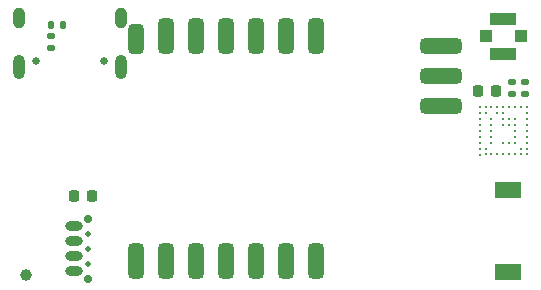
<source format=gbs>
G04 #@! TF.GenerationSoftware,KiCad,Pcbnew,7.0.5-0*
G04 #@! TF.CreationDate,2023-09-26T15:29:12-04:00*
G04 #@! TF.ProjectId,Rudolph_Tracker,5275646f-6c70-4685-9f54-7261636b6572,rev?*
G04 #@! TF.SameCoordinates,Original*
G04 #@! TF.FileFunction,Soldermask,Bot*
G04 #@! TF.FilePolarity,Negative*
%FSLAX46Y46*%
G04 Gerber Fmt 4.6, Leading zero omitted, Abs format (unit mm)*
G04 Created by KiCad (PCBNEW 7.0.5-0) date 2023-09-26 15:29:12*
%MOMM*%
%LPD*%
G01*
G04 APERTURE LIST*
G04 Aperture macros list*
%AMRoundRect*
0 Rectangle with rounded corners*
0 $1 Rounding radius*
0 $2 $3 $4 $5 $6 $7 $8 $9 X,Y pos of 4 corners*
0 Add a 4 corners polygon primitive as box body*
4,1,4,$2,$3,$4,$5,$6,$7,$8,$9,$2,$3,0*
0 Add four circle primitives for the rounded corners*
1,1,$1+$1,$2,$3*
1,1,$1+$1,$4,$5*
1,1,$1+$1,$6,$7*
1,1,$1+$1,$8,$9*
0 Add four rect primitives between the rounded corners*
20,1,$1+$1,$2,$3,$4,$5,0*
20,1,$1+$1,$4,$5,$6,$7,0*
20,1,$1+$1,$6,$7,$8,$9,0*
20,1,$1+$1,$8,$9,$2,$3,0*%
G04 Aperture macros list end*
%ADD10C,0.650000*%
%ADD11O,1.000000X2.100000*%
%ADD12O,1.000000X1.800000*%
%ADD13R,1.000000X1.000000*%
%ADD14R,2.200000X1.050000*%
%ADD15C,1.000000*%
%ADD16RoundRect,0.135000X-0.185000X0.135000X-0.185000X-0.135000X0.185000X-0.135000X0.185000X0.135000X0*%
%ADD17RoundRect,0.322500X0.322500X-1.177500X0.322500X1.177500X-0.322500X1.177500X-0.322500X-1.177500X0*%
%ADD18RoundRect,0.325000X0.325000X-1.175000X0.325000X1.175000X-0.325000X1.175000X-0.325000X-1.175000X0*%
%ADD19RoundRect,0.325000X0.325000X-0.925000X0.325000X0.925000X-0.325000X0.925000X-0.325000X-0.925000X0*%
%ADD20RoundRect,0.325000X-1.425000X-0.325000X1.425000X-0.325000X1.425000X0.325000X-1.425000X0.325000X0*%
%ADD21RoundRect,0.225000X-0.225000X-0.250000X0.225000X-0.250000X0.225000X0.250000X-0.225000X0.250000X0*%
%ADD22C,0.700000*%
%ADD23C,0.500000*%
%ADD24O,1.500000X0.800000*%
%ADD25C,0.270000*%
%ADD26R,2.259800X1.362800*%
%ADD27RoundRect,0.135000X0.135000X0.185000X-0.135000X0.185000X-0.135000X-0.185000X0.135000X-0.185000X0*%
%ADD28RoundRect,0.225000X0.225000X0.250000X-0.225000X0.250000X-0.225000X-0.250000X0.225000X-0.250000X0*%
%ADD29RoundRect,0.135000X0.185000X-0.135000X0.185000X0.135000X-0.185000X0.135000X-0.185000X-0.135000X0*%
G04 APERTURE END LIST*
D10*
X77690000Y-112305000D03*
X71910000Y-112305000D03*
D11*
X79120000Y-112805000D03*
D12*
X79120000Y-108625000D03*
D11*
X70480000Y-112805000D03*
D12*
X70480000Y-108625000D03*
D13*
X110000000Y-110200000D03*
D14*
X111500000Y-111675000D03*
D13*
X113000000Y-110200000D03*
D14*
X111500000Y-108725000D03*
D15*
X71100000Y-130400000D03*
D16*
X113300000Y-114090000D03*
X113300000Y-115110000D03*
D17*
X95645000Y-129200000D03*
D18*
X93100000Y-129200000D03*
X90560000Y-129200000D03*
X88020000Y-129200000D03*
X85480000Y-129200000D03*
X82940000Y-129200000D03*
X80400000Y-129200000D03*
D19*
X80400000Y-110450000D03*
D18*
X82940000Y-110200000D03*
X85480000Y-110200000D03*
X88020000Y-110200000D03*
X90560000Y-110200000D03*
X93100000Y-110200000D03*
D17*
X95645000Y-110200000D03*
D20*
X106250000Y-111030000D03*
X106250000Y-113570000D03*
X106250000Y-116110000D03*
D21*
X109325000Y-114800000D03*
X110875000Y-114800000D03*
D22*
X76305000Y-130740000D03*
D23*
X76305000Y-129470000D03*
X76305000Y-128200000D03*
X76305000Y-126930000D03*
D22*
X76305000Y-125660000D03*
D24*
X75150000Y-126295000D03*
X75150000Y-127565000D03*
X75150000Y-128835000D03*
X75150000Y-130105000D03*
D25*
X109500000Y-116200000D03*
X109500000Y-116700000D03*
X109500000Y-117200000D03*
X109500000Y-117700000D03*
X109500000Y-118200000D03*
X109500000Y-118700000D03*
X109500000Y-119200000D03*
X109500000Y-119700000D03*
X109488389Y-120210711D03*
X110000000Y-116200000D03*
X110000000Y-116700000D03*
X110000000Y-119700000D03*
X110000000Y-120200000D03*
X110500000Y-116200000D03*
X110500000Y-117200000D03*
X110500000Y-117700000D03*
X110500000Y-118200000D03*
X110500000Y-118700000D03*
X110500000Y-119200000D03*
X110500000Y-120200000D03*
X111000000Y-116200000D03*
X111000000Y-116700000D03*
X111000000Y-120200000D03*
X111500000Y-116200000D03*
X111500000Y-116700000D03*
X111500000Y-117200000D03*
X111500000Y-117700000D03*
X111500000Y-119200000D03*
X111500000Y-120200000D03*
X112000000Y-116200000D03*
X112000000Y-117200000D03*
X112000000Y-117700000D03*
X112000000Y-119200000D03*
X112000000Y-120200000D03*
X112500000Y-116200000D03*
X112500000Y-117200000D03*
X112500000Y-117700000D03*
X112500000Y-118200000D03*
X112500000Y-118700000D03*
X112500000Y-119200000D03*
X112500000Y-120200000D03*
X113000000Y-116200000D03*
X113000000Y-119700000D03*
X113000000Y-120200000D03*
X113500000Y-116200000D03*
X113500000Y-116700000D03*
X113500000Y-117200000D03*
X113500000Y-117700000D03*
X113500000Y-118200000D03*
X113500000Y-118700000D03*
X113500000Y-119200000D03*
X113500000Y-119700000D03*
X113500000Y-120200000D03*
D16*
X112200000Y-114090000D03*
X112200000Y-115110000D03*
D26*
X111900000Y-123237299D03*
X111900000Y-130162701D03*
D27*
X74200000Y-109200000D03*
X73180000Y-109200000D03*
D28*
X76675000Y-123700000D03*
X75125000Y-123700000D03*
D29*
X73200000Y-111210000D03*
X73200000Y-110190000D03*
M02*

</source>
